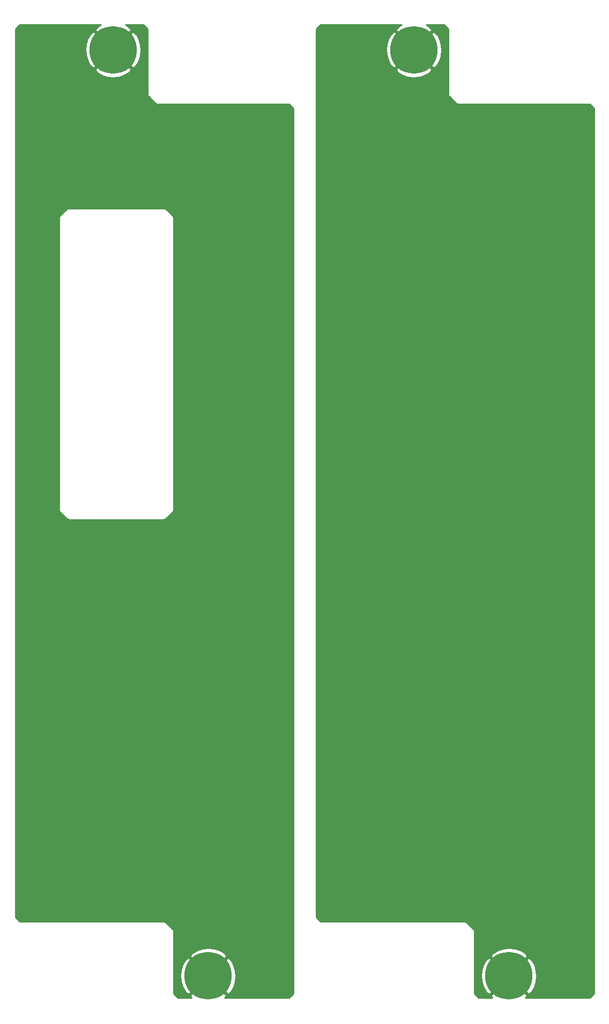
<source format=gbr>
G04 #@! TF.GenerationSoftware,KiCad,Pcbnew,(5.1.5)-2*
G04 #@! TF.CreationDate,2020-06-07T05:43:36+12:00*
G04 #@! TF.ProjectId,JVCard-panel,4a564361-7264-42d7-9061-6e656c2e6b69,rev?*
G04 #@! TF.SameCoordinates,Original*
G04 #@! TF.FileFunction,Copper,L2,Bot*
G04 #@! TF.FilePolarity,Positive*
%FSLAX46Y46*%
G04 Gerber Fmt 4.6, Leading zero omitted, Abs format (unit mm)*
G04 Created by KiCad (PCBNEW (5.1.5)-2) date 2020-06-07 05:43:36*
%MOMM*%
%LPD*%
G04 APERTURE LIST*
%ADD10C,7.500000*%
%ADD11C,9.000000*%
%ADD12C,15.000000*%
%ADD13C,0.254000*%
G04 APERTURE END LIST*
D10*
X-136500000Y-148000000D03*
X-151500000Y-2000000D03*
X-89000000Y-148000000D03*
X-104000000Y-2000000D03*
D11*
X-153000000Y-114000000D03*
X-153000000Y-127000000D03*
D12*
X-104500000Y-47000000D03*
X-104500000Y-63000000D03*
X-104500000Y-79000000D03*
X-104500000Y-95000000D03*
X-104500000Y-31000000D03*
D11*
X-105500000Y-114000000D03*
D13*
G36*
X-106409570Y1688999D02*
G01*
X-106486088Y1637872D01*
X-106912267Y1091872D01*
X-104000000Y-1820395D01*
X-101087733Y1091872D01*
X-101513912Y1637872D01*
X-102079825Y1948000D01*
X-99228644Y1948000D01*
X-98551999Y1271353D01*
X-98552000Y-8972894D01*
X-98554670Y-9000000D01*
X-98552000Y-9027106D01*
X-98552000Y-9027108D01*
X-98544012Y-9108210D01*
X-98512448Y-9212262D01*
X-98461191Y-9308158D01*
X-98392211Y-9392211D01*
X-98371144Y-9409500D01*
X-97409493Y-10371153D01*
X-97392211Y-10392211D01*
X-97371155Y-10409491D01*
X-97371154Y-10409492D01*
X-97308158Y-10461191D01*
X-97212263Y-10512448D01*
X-97108211Y-10544012D01*
X-97000000Y-10554670D01*
X-96972892Y-10552000D01*
X-76228644Y-10552000D01*
X-75551999Y-11228647D01*
X-75552000Y-150771354D01*
X-76228644Y-151448000D01*
X-86365708Y-151448000D01*
X-86087733Y-151091872D01*
X-89000000Y-148179605D01*
X-91912267Y-151091872D01*
X-91634292Y-151448000D01*
X-93771354Y-151448000D01*
X-94448000Y-150771356D01*
X-94448000Y-147953986D01*
X-93405976Y-147953986D01*
X-93330293Y-148814434D01*
X-93088199Y-149643583D01*
X-92688999Y-150409570D01*
X-92637872Y-150486088D01*
X-92091872Y-150912267D01*
X-89179605Y-148000000D01*
X-88820395Y-148000000D01*
X-85908128Y-150912267D01*
X-85362128Y-150486088D01*
X-84947017Y-149728605D01*
X-84687661Y-148904693D01*
X-84594024Y-148046014D01*
X-84669707Y-147185566D01*
X-84911801Y-146356417D01*
X-85311001Y-145590430D01*
X-85362128Y-145513912D01*
X-85908128Y-145087733D01*
X-88820395Y-148000000D01*
X-89179605Y-148000000D01*
X-92091872Y-145087733D01*
X-92637872Y-145513912D01*
X-93052983Y-146271395D01*
X-93312339Y-147095307D01*
X-93405976Y-147953986D01*
X-94448000Y-147953986D01*
X-94448000Y-144908128D01*
X-91912267Y-144908128D01*
X-89000000Y-147820395D01*
X-86087733Y-144908128D01*
X-86513912Y-144362128D01*
X-87271395Y-143947017D01*
X-88095307Y-143687661D01*
X-88953986Y-143594024D01*
X-89814434Y-143669707D01*
X-90643583Y-143911801D01*
X-91409570Y-144311001D01*
X-91486088Y-144362128D01*
X-91912267Y-144908128D01*
X-94448000Y-144908128D01*
X-94448000Y-141027108D01*
X-94445330Y-141000000D01*
X-94455988Y-140891789D01*
X-94487552Y-140787737D01*
X-94538809Y-140691842D01*
X-94590508Y-140628846D01*
X-94590509Y-140628845D01*
X-94607789Y-140607789D01*
X-94628846Y-140590508D01*
X-95590500Y-139628856D01*
X-95607789Y-139607789D01*
X-95691842Y-139538809D01*
X-95787737Y-139487552D01*
X-95891789Y-139455988D01*
X-95972891Y-139448000D01*
X-95972894Y-139448000D01*
X-96000000Y-139445330D01*
X-96027106Y-139448000D01*
X-118771354Y-139448000D01*
X-119448000Y-138771356D01*
X-119448000Y-5091872D01*
X-106912267Y-5091872D01*
X-106486088Y-5637872D01*
X-105728605Y-6052983D01*
X-104904693Y-6312339D01*
X-104046014Y-6405976D01*
X-103185566Y-6330293D01*
X-102356417Y-6088199D01*
X-101590430Y-5688999D01*
X-101513912Y-5637872D01*
X-101087733Y-5091872D01*
X-104000000Y-2179605D01*
X-106912267Y-5091872D01*
X-119448000Y-5091872D01*
X-119448000Y-1953986D01*
X-108405976Y-1953986D01*
X-108330293Y-2814434D01*
X-108088199Y-3643583D01*
X-107688999Y-4409570D01*
X-107637872Y-4486088D01*
X-107091872Y-4912267D01*
X-104179605Y-2000000D01*
X-103820395Y-2000000D01*
X-100908128Y-4912267D01*
X-100362128Y-4486088D01*
X-99947017Y-3728605D01*
X-99687661Y-2904693D01*
X-99594024Y-2046014D01*
X-99669707Y-1185566D01*
X-99911801Y-356417D01*
X-100311001Y409570D01*
X-100362128Y486088D01*
X-100908128Y912267D01*
X-103820395Y-2000000D01*
X-104179605Y-2000000D01*
X-107091872Y912267D01*
X-107637872Y486088D01*
X-108052983Y-271395D01*
X-108312339Y-1095307D01*
X-108405976Y-1953986D01*
X-119448000Y-1953986D01*
X-119448000Y1271356D01*
X-118771354Y1948000D01*
X-105912598Y1948000D01*
X-106409570Y1688999D01*
G37*
X-106409570Y1688999D02*
X-106486088Y1637872D01*
X-106912267Y1091872D01*
X-104000000Y-1820395D01*
X-101087733Y1091872D01*
X-101513912Y1637872D01*
X-102079825Y1948000D01*
X-99228644Y1948000D01*
X-98551999Y1271353D01*
X-98552000Y-8972894D01*
X-98554670Y-9000000D01*
X-98552000Y-9027106D01*
X-98552000Y-9027108D01*
X-98544012Y-9108210D01*
X-98512448Y-9212262D01*
X-98461191Y-9308158D01*
X-98392211Y-9392211D01*
X-98371144Y-9409500D01*
X-97409493Y-10371153D01*
X-97392211Y-10392211D01*
X-97371155Y-10409491D01*
X-97371154Y-10409492D01*
X-97308158Y-10461191D01*
X-97212263Y-10512448D01*
X-97108211Y-10544012D01*
X-97000000Y-10554670D01*
X-96972892Y-10552000D01*
X-76228644Y-10552000D01*
X-75551999Y-11228647D01*
X-75552000Y-150771354D01*
X-76228644Y-151448000D01*
X-86365708Y-151448000D01*
X-86087733Y-151091872D01*
X-89000000Y-148179605D01*
X-91912267Y-151091872D01*
X-91634292Y-151448000D01*
X-93771354Y-151448000D01*
X-94448000Y-150771356D01*
X-94448000Y-147953986D01*
X-93405976Y-147953986D01*
X-93330293Y-148814434D01*
X-93088199Y-149643583D01*
X-92688999Y-150409570D01*
X-92637872Y-150486088D01*
X-92091872Y-150912267D01*
X-89179605Y-148000000D01*
X-88820395Y-148000000D01*
X-85908128Y-150912267D01*
X-85362128Y-150486088D01*
X-84947017Y-149728605D01*
X-84687661Y-148904693D01*
X-84594024Y-148046014D01*
X-84669707Y-147185566D01*
X-84911801Y-146356417D01*
X-85311001Y-145590430D01*
X-85362128Y-145513912D01*
X-85908128Y-145087733D01*
X-88820395Y-148000000D01*
X-89179605Y-148000000D01*
X-92091872Y-145087733D01*
X-92637872Y-145513912D01*
X-93052983Y-146271395D01*
X-93312339Y-147095307D01*
X-93405976Y-147953986D01*
X-94448000Y-147953986D01*
X-94448000Y-144908128D01*
X-91912267Y-144908128D01*
X-89000000Y-147820395D01*
X-86087733Y-144908128D01*
X-86513912Y-144362128D01*
X-87271395Y-143947017D01*
X-88095307Y-143687661D01*
X-88953986Y-143594024D01*
X-89814434Y-143669707D01*
X-90643583Y-143911801D01*
X-91409570Y-144311001D01*
X-91486088Y-144362128D01*
X-91912267Y-144908128D01*
X-94448000Y-144908128D01*
X-94448000Y-141027108D01*
X-94445330Y-141000000D01*
X-94455988Y-140891789D01*
X-94487552Y-140787737D01*
X-94538809Y-140691842D01*
X-94590508Y-140628846D01*
X-94590509Y-140628845D01*
X-94607789Y-140607789D01*
X-94628846Y-140590508D01*
X-95590500Y-139628856D01*
X-95607789Y-139607789D01*
X-95691842Y-139538809D01*
X-95787737Y-139487552D01*
X-95891789Y-139455988D01*
X-95972891Y-139448000D01*
X-95972894Y-139448000D01*
X-96000000Y-139445330D01*
X-96027106Y-139448000D01*
X-118771354Y-139448000D01*
X-119448000Y-138771356D01*
X-119448000Y-5091872D01*
X-106912267Y-5091872D01*
X-106486088Y-5637872D01*
X-105728605Y-6052983D01*
X-104904693Y-6312339D01*
X-104046014Y-6405976D01*
X-103185566Y-6330293D01*
X-102356417Y-6088199D01*
X-101590430Y-5688999D01*
X-101513912Y-5637872D01*
X-101087733Y-5091872D01*
X-104000000Y-2179605D01*
X-106912267Y-5091872D01*
X-119448000Y-5091872D01*
X-119448000Y-1953986D01*
X-108405976Y-1953986D01*
X-108330293Y-2814434D01*
X-108088199Y-3643583D01*
X-107688999Y-4409570D01*
X-107637872Y-4486088D01*
X-107091872Y-4912267D01*
X-104179605Y-2000000D01*
X-103820395Y-2000000D01*
X-100908128Y-4912267D01*
X-100362128Y-4486088D01*
X-99947017Y-3728605D01*
X-99687661Y-2904693D01*
X-99594024Y-2046014D01*
X-99669707Y-1185566D01*
X-99911801Y-356417D01*
X-100311001Y409570D01*
X-100362128Y486088D01*
X-100908128Y912267D01*
X-103820395Y-2000000D01*
X-104179605Y-2000000D01*
X-107091872Y912267D01*
X-107637872Y486088D01*
X-108052983Y-271395D01*
X-108312339Y-1095307D01*
X-108405976Y-1953986D01*
X-119448000Y-1953986D01*
X-119448000Y1271356D01*
X-118771354Y1948000D01*
X-105912598Y1948000D01*
X-106409570Y1688999D01*
G36*
X-153909570Y1688999D02*
G01*
X-153986088Y1637872D01*
X-154412267Y1091872D01*
X-151500000Y-1820395D01*
X-148587733Y1091872D01*
X-149013912Y1637872D01*
X-149579825Y1948000D01*
X-146728644Y1948000D01*
X-146051999Y1271353D01*
X-146052000Y-8972894D01*
X-146054670Y-9000000D01*
X-146052000Y-9027106D01*
X-146052000Y-9027108D01*
X-146044012Y-9108210D01*
X-146012448Y-9212262D01*
X-145961191Y-9308158D01*
X-145892211Y-9392211D01*
X-145871144Y-9409500D01*
X-144909493Y-10371153D01*
X-144892211Y-10392211D01*
X-144871155Y-10409491D01*
X-144871154Y-10409492D01*
X-144808158Y-10461191D01*
X-144712263Y-10512448D01*
X-144608211Y-10544012D01*
X-144500000Y-10554670D01*
X-144472892Y-10552000D01*
X-123728644Y-10552000D01*
X-123051999Y-11228647D01*
X-123052000Y-150771354D01*
X-123728644Y-151448000D01*
X-133865708Y-151448000D01*
X-133587733Y-151091872D01*
X-136500000Y-148179605D01*
X-139412267Y-151091872D01*
X-139134292Y-151448000D01*
X-141271354Y-151448000D01*
X-141948000Y-150771356D01*
X-141948000Y-147953986D01*
X-140905976Y-147953986D01*
X-140830293Y-148814434D01*
X-140588199Y-149643583D01*
X-140188999Y-150409570D01*
X-140137872Y-150486088D01*
X-139591872Y-150912267D01*
X-136679605Y-148000000D01*
X-136320395Y-148000000D01*
X-133408128Y-150912267D01*
X-132862128Y-150486088D01*
X-132447017Y-149728605D01*
X-132187661Y-148904693D01*
X-132094024Y-148046014D01*
X-132169707Y-147185566D01*
X-132411801Y-146356417D01*
X-132811001Y-145590430D01*
X-132862128Y-145513912D01*
X-133408128Y-145087733D01*
X-136320395Y-148000000D01*
X-136679605Y-148000000D01*
X-139591872Y-145087733D01*
X-140137872Y-145513912D01*
X-140552983Y-146271395D01*
X-140812339Y-147095307D01*
X-140905976Y-147953986D01*
X-141948000Y-147953986D01*
X-141948000Y-144908128D01*
X-139412267Y-144908128D01*
X-136500000Y-147820395D01*
X-133587733Y-144908128D01*
X-134013912Y-144362128D01*
X-134771395Y-143947017D01*
X-135595307Y-143687661D01*
X-136453986Y-143594024D01*
X-137314434Y-143669707D01*
X-138143583Y-143911801D01*
X-138909570Y-144311001D01*
X-138986088Y-144362128D01*
X-139412267Y-144908128D01*
X-141948000Y-144908128D01*
X-141948000Y-141027108D01*
X-141945330Y-141000000D01*
X-141955988Y-140891789D01*
X-141987552Y-140787737D01*
X-142038809Y-140691842D01*
X-142090508Y-140628846D01*
X-142090509Y-140628845D01*
X-142107789Y-140607789D01*
X-142128846Y-140590508D01*
X-143090500Y-139628856D01*
X-143107789Y-139607789D01*
X-143191842Y-139538809D01*
X-143287737Y-139487552D01*
X-143391789Y-139455988D01*
X-143472891Y-139448000D01*
X-143472894Y-139448000D01*
X-143500000Y-139445330D01*
X-143527106Y-139448000D01*
X-166271354Y-139448000D01*
X-166948000Y-138771356D01*
X-166948000Y-28500000D01*
X-160054670Y-28500000D01*
X-160052000Y-28527106D01*
X-160051999Y-74472884D01*
X-160054670Y-74500000D01*
X-160044011Y-74608210D01*
X-160012448Y-74712262D01*
X-160012447Y-74712263D01*
X-159961190Y-74808158D01*
X-159892210Y-74892211D01*
X-159871148Y-74909496D01*
X-158909492Y-75871154D01*
X-158892211Y-75892211D01*
X-158871155Y-75909491D01*
X-158871154Y-75909492D01*
X-158808158Y-75961191D01*
X-158712263Y-76012448D01*
X-158608211Y-76044012D01*
X-158500000Y-76054670D01*
X-158472892Y-76052000D01*
X-143527106Y-76052000D01*
X-143500000Y-76054670D01*
X-143472894Y-76052000D01*
X-143472891Y-76052000D01*
X-143391789Y-76044012D01*
X-143287737Y-76012448D01*
X-143191842Y-75961191D01*
X-143107789Y-75892211D01*
X-143090500Y-75871144D01*
X-142128846Y-74909492D01*
X-142107789Y-74892211D01*
X-142038809Y-74808158D01*
X-141987552Y-74712263D01*
X-141955988Y-74608211D01*
X-141948000Y-74527109D01*
X-141948000Y-74527108D01*
X-141945330Y-74500000D01*
X-141948000Y-74472892D01*
X-141948000Y-28527108D01*
X-141945330Y-28500000D01*
X-141955988Y-28391789D01*
X-141987552Y-28287737D01*
X-142038809Y-28191842D01*
X-142090508Y-28128846D01*
X-142090509Y-28128845D01*
X-142107789Y-28107789D01*
X-142128846Y-28090508D01*
X-143090500Y-27128856D01*
X-143107789Y-27107789D01*
X-143191842Y-27038809D01*
X-143287737Y-26987552D01*
X-143391789Y-26955988D01*
X-143472891Y-26948000D01*
X-143472894Y-26948000D01*
X-143500000Y-26945330D01*
X-143527106Y-26948000D01*
X-158472892Y-26948000D01*
X-158500000Y-26945330D01*
X-158527109Y-26948000D01*
X-158608211Y-26955988D01*
X-158712263Y-26987552D01*
X-158808158Y-27038809D01*
X-158892211Y-27107789D01*
X-158909492Y-27128846D01*
X-159871144Y-28090500D01*
X-159892211Y-28107789D01*
X-159961191Y-28191842D01*
X-160012448Y-28287738D01*
X-160044012Y-28391790D01*
X-160052000Y-28472891D01*
X-160054670Y-28500000D01*
X-166948000Y-28500000D01*
X-166948000Y-5091872D01*
X-154412267Y-5091872D01*
X-153986088Y-5637872D01*
X-153228605Y-6052983D01*
X-152404693Y-6312339D01*
X-151546014Y-6405976D01*
X-150685566Y-6330293D01*
X-149856417Y-6088199D01*
X-149090430Y-5688999D01*
X-149013912Y-5637872D01*
X-148587733Y-5091872D01*
X-151500000Y-2179605D01*
X-154412267Y-5091872D01*
X-166948000Y-5091872D01*
X-166948000Y-1953986D01*
X-155905976Y-1953986D01*
X-155830293Y-2814434D01*
X-155588199Y-3643583D01*
X-155188999Y-4409570D01*
X-155137872Y-4486088D01*
X-154591872Y-4912267D01*
X-151679605Y-2000000D01*
X-151320395Y-2000000D01*
X-148408128Y-4912267D01*
X-147862128Y-4486088D01*
X-147447017Y-3728605D01*
X-147187661Y-2904693D01*
X-147094024Y-2046014D01*
X-147169707Y-1185566D01*
X-147411801Y-356417D01*
X-147811001Y409570D01*
X-147862128Y486088D01*
X-148408128Y912267D01*
X-151320395Y-2000000D01*
X-151679605Y-2000000D01*
X-154591872Y912267D01*
X-155137872Y486088D01*
X-155552983Y-271395D01*
X-155812339Y-1095307D01*
X-155905976Y-1953986D01*
X-166948000Y-1953986D01*
X-166948000Y1271356D01*
X-166271354Y1948000D01*
X-153412598Y1948000D01*
X-153909570Y1688999D01*
G37*
X-153909570Y1688999D02*
X-153986088Y1637872D01*
X-154412267Y1091872D01*
X-151500000Y-1820395D01*
X-148587733Y1091872D01*
X-149013912Y1637872D01*
X-149579825Y1948000D01*
X-146728644Y1948000D01*
X-146051999Y1271353D01*
X-146052000Y-8972894D01*
X-146054670Y-9000000D01*
X-146052000Y-9027106D01*
X-146052000Y-9027108D01*
X-146044012Y-9108210D01*
X-146012448Y-9212262D01*
X-145961191Y-9308158D01*
X-145892211Y-9392211D01*
X-145871144Y-9409500D01*
X-144909493Y-10371153D01*
X-144892211Y-10392211D01*
X-144871155Y-10409491D01*
X-144871154Y-10409492D01*
X-144808158Y-10461191D01*
X-144712263Y-10512448D01*
X-144608211Y-10544012D01*
X-144500000Y-10554670D01*
X-144472892Y-10552000D01*
X-123728644Y-10552000D01*
X-123051999Y-11228647D01*
X-123052000Y-150771354D01*
X-123728644Y-151448000D01*
X-133865708Y-151448000D01*
X-133587733Y-151091872D01*
X-136500000Y-148179605D01*
X-139412267Y-151091872D01*
X-139134292Y-151448000D01*
X-141271354Y-151448000D01*
X-141948000Y-150771356D01*
X-141948000Y-147953986D01*
X-140905976Y-147953986D01*
X-140830293Y-148814434D01*
X-140588199Y-149643583D01*
X-140188999Y-150409570D01*
X-140137872Y-150486088D01*
X-139591872Y-150912267D01*
X-136679605Y-148000000D01*
X-136320395Y-148000000D01*
X-133408128Y-150912267D01*
X-132862128Y-150486088D01*
X-132447017Y-149728605D01*
X-132187661Y-148904693D01*
X-132094024Y-148046014D01*
X-132169707Y-147185566D01*
X-132411801Y-146356417D01*
X-132811001Y-145590430D01*
X-132862128Y-145513912D01*
X-133408128Y-145087733D01*
X-136320395Y-148000000D01*
X-136679605Y-148000000D01*
X-139591872Y-145087733D01*
X-140137872Y-145513912D01*
X-140552983Y-146271395D01*
X-140812339Y-147095307D01*
X-140905976Y-147953986D01*
X-141948000Y-147953986D01*
X-141948000Y-144908128D01*
X-139412267Y-144908128D01*
X-136500000Y-147820395D01*
X-133587733Y-144908128D01*
X-134013912Y-144362128D01*
X-134771395Y-143947017D01*
X-135595307Y-143687661D01*
X-136453986Y-143594024D01*
X-137314434Y-143669707D01*
X-138143583Y-143911801D01*
X-138909570Y-144311001D01*
X-138986088Y-144362128D01*
X-139412267Y-144908128D01*
X-141948000Y-144908128D01*
X-141948000Y-141027108D01*
X-141945330Y-141000000D01*
X-141955988Y-140891789D01*
X-141987552Y-140787737D01*
X-142038809Y-140691842D01*
X-142090508Y-140628846D01*
X-142090509Y-140628845D01*
X-142107789Y-140607789D01*
X-142128846Y-140590508D01*
X-143090500Y-139628856D01*
X-143107789Y-139607789D01*
X-143191842Y-139538809D01*
X-143287737Y-139487552D01*
X-143391789Y-139455988D01*
X-143472891Y-139448000D01*
X-143472894Y-139448000D01*
X-143500000Y-139445330D01*
X-143527106Y-139448000D01*
X-166271354Y-139448000D01*
X-166948000Y-138771356D01*
X-166948000Y-28500000D01*
X-160054670Y-28500000D01*
X-160052000Y-28527106D01*
X-160051999Y-74472884D01*
X-160054670Y-74500000D01*
X-160044011Y-74608210D01*
X-160012448Y-74712262D01*
X-160012447Y-74712263D01*
X-159961190Y-74808158D01*
X-159892210Y-74892211D01*
X-159871148Y-74909496D01*
X-158909492Y-75871154D01*
X-158892211Y-75892211D01*
X-158871155Y-75909491D01*
X-158871154Y-75909492D01*
X-158808158Y-75961191D01*
X-158712263Y-76012448D01*
X-158608211Y-76044012D01*
X-158500000Y-76054670D01*
X-158472892Y-76052000D01*
X-143527106Y-76052000D01*
X-143500000Y-76054670D01*
X-143472894Y-76052000D01*
X-143472891Y-76052000D01*
X-143391789Y-76044012D01*
X-143287737Y-76012448D01*
X-143191842Y-75961191D01*
X-143107789Y-75892211D01*
X-143090500Y-75871144D01*
X-142128846Y-74909492D01*
X-142107789Y-74892211D01*
X-142038809Y-74808158D01*
X-141987552Y-74712263D01*
X-141955988Y-74608211D01*
X-141948000Y-74527109D01*
X-141948000Y-74527108D01*
X-141945330Y-74500000D01*
X-141948000Y-74472892D01*
X-141948000Y-28527108D01*
X-141945330Y-28500000D01*
X-141955988Y-28391789D01*
X-141987552Y-28287737D01*
X-142038809Y-28191842D01*
X-142090508Y-28128846D01*
X-142090509Y-28128845D01*
X-142107789Y-28107789D01*
X-142128846Y-28090508D01*
X-143090500Y-27128856D01*
X-143107789Y-27107789D01*
X-143191842Y-27038809D01*
X-143287737Y-26987552D01*
X-143391789Y-26955988D01*
X-143472891Y-26948000D01*
X-143472894Y-26948000D01*
X-143500000Y-26945330D01*
X-143527106Y-26948000D01*
X-158472892Y-26948000D01*
X-158500000Y-26945330D01*
X-158527109Y-26948000D01*
X-158608211Y-26955988D01*
X-158712263Y-26987552D01*
X-158808158Y-27038809D01*
X-158892211Y-27107789D01*
X-158909492Y-27128846D01*
X-159871144Y-28090500D01*
X-159892211Y-28107789D01*
X-159961191Y-28191842D01*
X-160012448Y-28287738D01*
X-160044012Y-28391790D01*
X-160052000Y-28472891D01*
X-160054670Y-28500000D01*
X-166948000Y-28500000D01*
X-166948000Y-5091872D01*
X-154412267Y-5091872D01*
X-153986088Y-5637872D01*
X-153228605Y-6052983D01*
X-152404693Y-6312339D01*
X-151546014Y-6405976D01*
X-150685566Y-6330293D01*
X-149856417Y-6088199D01*
X-149090430Y-5688999D01*
X-149013912Y-5637872D01*
X-148587733Y-5091872D01*
X-151500000Y-2179605D01*
X-154412267Y-5091872D01*
X-166948000Y-5091872D01*
X-166948000Y-1953986D01*
X-155905976Y-1953986D01*
X-155830293Y-2814434D01*
X-155588199Y-3643583D01*
X-155188999Y-4409570D01*
X-155137872Y-4486088D01*
X-154591872Y-4912267D01*
X-151679605Y-2000000D01*
X-151320395Y-2000000D01*
X-148408128Y-4912267D01*
X-147862128Y-4486088D01*
X-147447017Y-3728605D01*
X-147187661Y-2904693D01*
X-147094024Y-2046014D01*
X-147169707Y-1185566D01*
X-147411801Y-356417D01*
X-147811001Y409570D01*
X-147862128Y486088D01*
X-148408128Y912267D01*
X-151320395Y-2000000D01*
X-151679605Y-2000000D01*
X-154591872Y912267D01*
X-155137872Y486088D01*
X-155552983Y-271395D01*
X-155812339Y-1095307D01*
X-155905976Y-1953986D01*
X-166948000Y-1953986D01*
X-166948000Y1271356D01*
X-166271354Y1948000D01*
X-153412598Y1948000D01*
X-153909570Y1688999D01*
M02*

</source>
